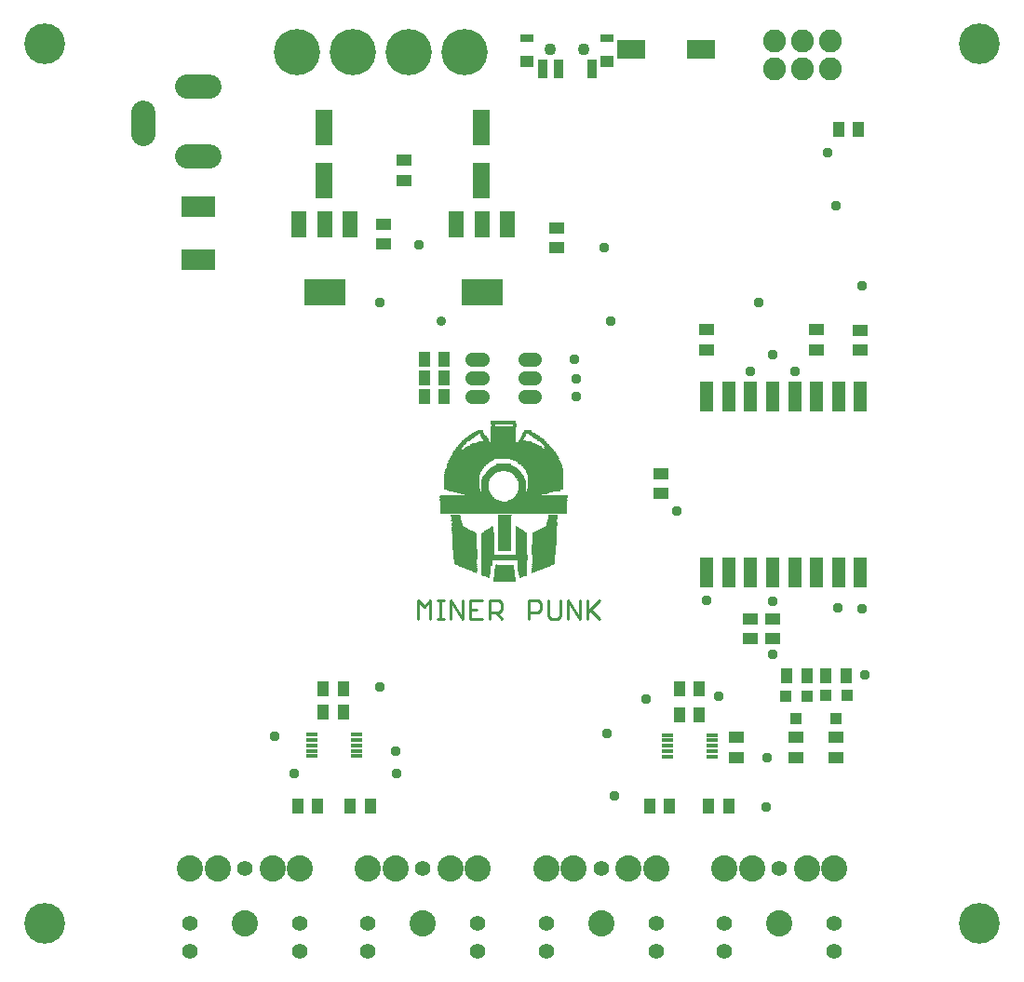
<source format=gbr>
G04 EAGLE Gerber RS-274X export*
G75*
%MOMM*%
%FSLAX34Y34*%
%LPD*%
%INSoldermask Top*%
%IPPOS*%
%AMOC8*
5,1,8,0,0,1.08239X$1,22.5*%
G01*
%ADD10C,3.703200*%
%ADD11C,0.279400*%
%ADD12R,2.082800X0.050800*%
%ADD13R,2.032000X0.050800*%
%ADD14R,1.981200X0.050800*%
%ADD15R,0.152400X0.050800*%
%ADD16R,1.930400X0.050800*%
%ADD17R,0.355600X0.050800*%
%ADD18R,0.304800X0.050800*%
%ADD19R,0.508000X0.050800*%
%ADD20R,0.457200X0.050800*%
%ADD21R,0.711200X0.050800*%
%ADD22R,0.762000X0.050800*%
%ADD23R,0.812800X0.050800*%
%ADD24R,1.879600X0.050800*%
%ADD25R,1.828800X0.050800*%
%ADD26R,0.050800X0.050800*%
%ADD27R,0.203200X0.050800*%
%ADD28R,0.863600X0.050800*%
%ADD29R,0.609600X0.050800*%
%ADD30R,1.778000X0.050800*%
%ADD31R,0.965200X0.050800*%
%ADD32R,1.727200X0.050800*%
%ADD33R,1.117600X0.050800*%
%ADD34R,0.914400X0.050800*%
%ADD35R,1.219200X0.050800*%
%ADD36R,1.371600X0.050800*%
%ADD37R,1.473200X0.050800*%
%ADD38R,1.625600X0.050800*%
%ADD39R,1.676400X0.050800*%
%ADD40R,1.016000X0.050800*%
%ADD41R,1.066800X0.050800*%
%ADD42R,4.165600X0.050800*%
%ADD43R,2.133600X0.050800*%
%ADD44R,2.184400X0.050800*%
%ADD45R,2.235200X0.050800*%
%ADD46R,0.660400X0.050800*%
%ADD47R,0.558800X0.050800*%
%ADD48R,1.574800X0.050800*%
%ADD49R,1.524000X0.050800*%
%ADD50R,1.422400X0.050800*%
%ADD51R,0.406400X0.050800*%
%ADD52R,1.320800X0.050800*%
%ADD53R,1.270000X0.050800*%
%ADD54R,0.254000X0.050800*%
%ADD55R,1.168400X0.050800*%
%ADD56R,11.582400X0.050800*%
%ADD57R,5.588000X0.050800*%
%ADD58R,5.486400X0.050800*%
%ADD59R,5.384800X0.050800*%
%ADD60R,5.334000X0.050800*%
%ADD61R,5.232400X0.050800*%
%ADD62R,5.181600X0.050800*%
%ADD63R,5.130800X0.050800*%
%ADD64R,5.080000X0.050800*%
%ADD65R,5.029200X0.050800*%
%ADD66R,4.978400X0.050800*%
%ADD67R,4.927600X0.050800*%
%ADD68R,4.876800X0.050800*%
%ADD69R,4.826000X0.050800*%
%ADD70R,4.775200X0.050800*%
%ADD71R,4.724400X0.050800*%
%ADD72R,4.673600X0.050800*%
%ADD73R,2.336800X0.050800*%
%ADD74R,2.286000X0.050800*%
%ADD75R,2.540000X0.050800*%
%ADD76R,2.489200X0.050800*%
%ADD77R,2.692400X0.050800*%
%ADD78R,2.641600X0.050800*%
%ADD79R,2.997200X0.050800*%
%ADD80R,2.895600X0.050800*%
%ADD81R,3.098800X0.050800*%
%ADD82R,3.048000X0.050800*%
%ADD83R,3.302000X0.050800*%
%ADD84R,3.251200X0.050800*%
%ADD85R,2.590800X0.050800*%
%ADD86R,2.844800X0.050800*%
%ADD87R,3.200400X0.050800*%
%ADD88R,3.149600X0.050800*%
%ADD89R,3.352800X0.050800*%
%ADD90R,3.403600X0.050800*%
%ADD91R,2.743200X0.050800*%
%ADD92R,3.454400X0.050800*%
%ADD93R,3.505200X0.050800*%
%ADD94R,2.438400X0.050800*%
%ADD95R,3.556000X0.050800*%
%ADD96R,3.606800X0.050800*%
%ADD97R,3.657600X0.050800*%
%ADD98R,3.708400X0.050800*%
%ADD99R,3.810000X0.050800*%
%ADD100R,3.860800X0.050800*%
%ADD101R,3.759200X0.050800*%
%ADD102R,3.911600X0.050800*%
%ADD103R,3.962400X0.050800*%
%ADD104R,4.064000X0.050800*%
%ADD105R,4.114800X0.050800*%
%ADD106R,4.419600X0.050800*%
%ADD107R,9.956800X0.050800*%
%ADD108R,9.906000X0.050800*%
%ADD109R,9.855200X0.050800*%
%ADD110R,9.753600X0.050800*%
%ADD111R,9.652000X0.050800*%
%ADD112R,9.550400X0.050800*%
%ADD113R,9.448800X0.050800*%
%ADD114R,9.347200X0.050800*%
%ADD115R,9.296400X0.050800*%
%ADD116R,9.245600X0.050800*%
%ADD117R,9.144000X0.050800*%
%ADD118R,9.093200X0.050800*%
%ADD119R,9.042400X0.050800*%
%ADD120R,7.518400X0.050800*%
%ADD121R,7.416800X0.050800*%
%ADD122R,7.264400X0.050800*%
%ADD123R,7.112000X0.050800*%
%ADD124R,6.959600X0.050800*%
%ADD125R,6.858000X0.050800*%
%ADD126R,6.705600X0.050800*%
%ADD127R,6.502400X0.050800*%
%ADD128R,6.299200X0.050800*%
%ADD129R,6.146800X0.050800*%
%ADD130R,5.892800X0.050800*%
%ADD131R,5.689600X0.050800*%
%ADD132R,1.403200X1.003200*%
%ADD133R,1.303200X2.803200*%
%ADD134R,1.422400X2.438400*%
%ADD135R,3.803200X2.403200*%
%ADD136R,1.603200X3.203200*%
%ADD137C,2.387600*%
%ADD138C,1.403200*%
%ADD139R,1.100000X0.400000*%
%ADD140R,1.003200X1.103200*%
%ADD141R,1.003200X1.403200*%
%ADD142C,4.203200*%
%ADD143C,2.203200*%
%ADD144C,2.082800*%
%ADD145R,0.903200X1.703200*%
%ADD146R,1.203200X0.803200*%
%ADD147R,1.203200X1.003200*%
%ADD148C,1.103200*%
%ADD149R,2.503200X1.803200*%
%ADD150C,1.303200*%
%ADD151R,3.098800X1.879600*%
%ADD152C,0.959600*%
%ADD153C,0.909600*%


D10*
X-885000Y35000D03*
X-35000Y35000D03*
X-35000Y835000D03*
X-885000Y835000D03*
D11*
X-545371Y328641D02*
X-545371Y312117D01*
X-539863Y323133D02*
X-545371Y328641D01*
X-539863Y323133D02*
X-534355Y328641D01*
X-534355Y312117D01*
X-527596Y312117D02*
X-522088Y312117D01*
X-524842Y312117D02*
X-524842Y328641D01*
X-527596Y328641D02*
X-522088Y328641D01*
X-515746Y328641D02*
X-515746Y312117D01*
X-504730Y312117D02*
X-515746Y328641D01*
X-504730Y328641D02*
X-504730Y312117D01*
X-497971Y328641D02*
X-486955Y328641D01*
X-497971Y328641D02*
X-497971Y312117D01*
X-486955Y312117D01*
X-492463Y320379D02*
X-497971Y320379D01*
X-480197Y312117D02*
X-480197Y328641D01*
X-471935Y328641D01*
X-469181Y325887D01*
X-469181Y320379D01*
X-471935Y317625D01*
X-480197Y317625D01*
X-474689Y317625D02*
X-469181Y312117D01*
X-444647Y312117D02*
X-444647Y328641D01*
X-436385Y328641D01*
X-433631Y325887D01*
X-433631Y320379D01*
X-436385Y317625D01*
X-444647Y317625D01*
X-426872Y314871D02*
X-426872Y328641D01*
X-426872Y314871D02*
X-424118Y312117D01*
X-418610Y312117D01*
X-415856Y314871D01*
X-415856Y328641D01*
X-409097Y328641D02*
X-409097Y312117D01*
X-398081Y312117D02*
X-409097Y328641D01*
X-398081Y328641D02*
X-398081Y312117D01*
X-391322Y312117D02*
X-391322Y328641D01*
X-391322Y317625D02*
X-380306Y328641D01*
X-388568Y320379D02*
X-380306Y312117D01*
D12*
X-466852Y345440D03*
D13*
X-466598Y345948D03*
X-466598Y346456D03*
X-466598Y346964D03*
X-466598Y347472D03*
X-466598Y347980D03*
X-466598Y348488D03*
D14*
X-466852Y348996D03*
D15*
X-481076Y349504D03*
D16*
X-466598Y349504D03*
D15*
X-452628Y349504D03*
D17*
X-482092Y350012D03*
D16*
X-466598Y350012D03*
D18*
X-451866Y350012D03*
D19*
X-482854Y350520D03*
D16*
X-466598Y350520D03*
D20*
X-451104Y350520D03*
D21*
X-483870Y351028D03*
D16*
X-466598Y351028D03*
D21*
X-449834Y351028D03*
D22*
X-484124Y351536D03*
D16*
X-466598Y351536D03*
D21*
X-449834Y351536D03*
D22*
X-484124Y352044D03*
D16*
X-466598Y352044D03*
D22*
X-450088Y352044D03*
D23*
X-483870Y352552D03*
D24*
X-466852Y352552D03*
D22*
X-450088Y352552D03*
D23*
X-483870Y353060D03*
D25*
X-466598Y353060D03*
D22*
X-450088Y353060D03*
D26*
X-492252Y353568D03*
D23*
X-483870Y353568D03*
D25*
X-466598Y353568D03*
D22*
X-450088Y353568D03*
D26*
X-441452Y353568D03*
D27*
X-493014Y354076D03*
D23*
X-483870Y354076D03*
D25*
X-466598Y354076D03*
D22*
X-450088Y354076D03*
D27*
X-440690Y354076D03*
D17*
X-493776Y354584D03*
D23*
X-483870Y354584D03*
D25*
X-466598Y354584D03*
D22*
X-450088Y354584D03*
D18*
X-440182Y354584D03*
D20*
X-494284Y355092D03*
D28*
X-483616Y355092D03*
D25*
X-466598Y355092D03*
D23*
X-450342Y355092D03*
D20*
X-439420Y355092D03*
D29*
X-495046Y355600D03*
D28*
X-483616Y355600D03*
D25*
X-466598Y355600D03*
D23*
X-450342Y355600D03*
D29*
X-438658Y355600D03*
D21*
X-495554Y356108D03*
D28*
X-483616Y356108D03*
D30*
X-466852Y356108D03*
D23*
X-450342Y356108D03*
D21*
X-438150Y356108D03*
D28*
X-496316Y356616D03*
X-483616Y356616D03*
D30*
X-466852Y356616D03*
D23*
X-450342Y356616D03*
D28*
X-437388Y356616D03*
D31*
X-496824Y357124D03*
D28*
X-483616Y357124D03*
D32*
X-466598Y357124D03*
D23*
X-450342Y357124D03*
D31*
X-436880Y357124D03*
D33*
X-497586Y357632D03*
D34*
X-483362Y357632D03*
D32*
X-466598Y357632D03*
D23*
X-450342Y357632D03*
D33*
X-436118Y357632D03*
D35*
X-498094Y358140D03*
D34*
X-483362Y358140D03*
D32*
X-466598Y358140D03*
D23*
X-450342Y358140D03*
D35*
X-435610Y358140D03*
D36*
X-498856Y358648D03*
D34*
X-483362Y358648D03*
D32*
X-466598Y358648D03*
D23*
X-450342Y358648D03*
D36*
X-434848Y358648D03*
D37*
X-499364Y359156D03*
D34*
X-483362Y359156D03*
D32*
X-466598Y359156D03*
D28*
X-450596Y359156D03*
D37*
X-434340Y359156D03*
D38*
X-500126Y359664D03*
D34*
X-483362Y359664D03*
D39*
X-466852Y359664D03*
D28*
X-450596Y359664D03*
D38*
X-433578Y359664D03*
D32*
X-500634Y360172D03*
D31*
X-483108Y360172D03*
D39*
X-466852Y360172D03*
D28*
X-450596Y360172D03*
D32*
X-433070Y360172D03*
D24*
X-501396Y360680D03*
D31*
X-483108Y360680D03*
D26*
X-473964Y360680D03*
D28*
X-450596Y360680D03*
D24*
X-432308Y360680D03*
D14*
X-501904Y361188D03*
D31*
X-483108Y361188D03*
D28*
X-450596Y361188D03*
D14*
X-431800Y361188D03*
D12*
X-502412Y361696D03*
D31*
X-483108Y361696D03*
D28*
X-450596Y361696D03*
D12*
X-431292Y361696D03*
X-502412Y362204D03*
D31*
X-483108Y362204D03*
D28*
X-450596Y362204D03*
D12*
X-431292Y362204D03*
X-502412Y362712D03*
D31*
X-483108Y362712D03*
D28*
X-450596Y362712D03*
D12*
X-431292Y362712D03*
X-502412Y363220D03*
D40*
X-482854Y363220D03*
D34*
X-450850Y363220D03*
D12*
X-431292Y363220D03*
X-502412Y363728D03*
D40*
X-482854Y363728D03*
D34*
X-450850Y363728D03*
D12*
X-431292Y363728D03*
X-502412Y364236D03*
D40*
X-482854Y364236D03*
D34*
X-450850Y364236D03*
D12*
X-431292Y364236D03*
X-502412Y364744D03*
D41*
X-482600Y364744D03*
D34*
X-450850Y364744D03*
D12*
X-431292Y364744D03*
X-502412Y365252D03*
D42*
X-467106Y365252D03*
D12*
X-431292Y365252D03*
X-502412Y365760D03*
D42*
X-467106Y365760D03*
D12*
X-431292Y365760D03*
D43*
X-502666Y366268D03*
D42*
X-467106Y366268D03*
D12*
X-431292Y366268D03*
D43*
X-502666Y366776D03*
D42*
X-467106Y366776D03*
D12*
X-431292Y366776D03*
D43*
X-502666Y367284D03*
D42*
X-467106Y367284D03*
D12*
X-431292Y367284D03*
D43*
X-502666Y367792D03*
D42*
X-467106Y367792D03*
D12*
X-431292Y367792D03*
D43*
X-502666Y368300D03*
D42*
X-467106Y368300D03*
D12*
X-431292Y368300D03*
D43*
X-502666Y368808D03*
D42*
X-467106Y368808D03*
D12*
X-431292Y368808D03*
D43*
X-502666Y369316D03*
D42*
X-467106Y369316D03*
D12*
X-431292Y369316D03*
D43*
X-502666Y369824D03*
D33*
X-482346Y369824D03*
D40*
X-451358Y369824D03*
D12*
X-431292Y369824D03*
D43*
X-502666Y370332D03*
D33*
X-482346Y370332D03*
D40*
X-451358Y370332D03*
D43*
X-431038Y370332D03*
X-502666Y370840D03*
D33*
X-482346Y370840D03*
D40*
X-451358Y370840D03*
D43*
X-431038Y370840D03*
X-502666Y371348D03*
D33*
X-482346Y371348D03*
D40*
X-451358Y371348D03*
D43*
X-431038Y371348D03*
X-502666Y371856D03*
D33*
X-482346Y371856D03*
D40*
X-451358Y371856D03*
D43*
X-431038Y371856D03*
X-502666Y372364D03*
D33*
X-482346Y372364D03*
D40*
X-451358Y372364D03*
D43*
X-431038Y372364D03*
X-502666Y372872D03*
D33*
X-482346Y372872D03*
D40*
X-451358Y372872D03*
D43*
X-431038Y372872D03*
X-502666Y373380D03*
D33*
X-482346Y373380D03*
D40*
X-451358Y373380D03*
D43*
X-431038Y373380D03*
X-502666Y373888D03*
D33*
X-482346Y373888D03*
D35*
X-466598Y373888D03*
D40*
X-451358Y373888D03*
D43*
X-431038Y373888D03*
X-502666Y374396D03*
D33*
X-482346Y374396D03*
D35*
X-466598Y374396D03*
D40*
X-451358Y374396D03*
D43*
X-431038Y374396D03*
D44*
X-502920Y374904D03*
D33*
X-482346Y374904D03*
D35*
X-466598Y374904D03*
D40*
X-451358Y374904D03*
D43*
X-431038Y374904D03*
D44*
X-502920Y375412D03*
D33*
X-482346Y375412D03*
D35*
X-466598Y375412D03*
D40*
X-451358Y375412D03*
D43*
X-431038Y375412D03*
D44*
X-502920Y375920D03*
D33*
X-482346Y375920D03*
D35*
X-466598Y375920D03*
D40*
X-451358Y375920D03*
D43*
X-431038Y375920D03*
D44*
X-502920Y376428D03*
D33*
X-482346Y376428D03*
D35*
X-466598Y376428D03*
D40*
X-451358Y376428D03*
D43*
X-431038Y376428D03*
D44*
X-502920Y376936D03*
D33*
X-482346Y376936D03*
D35*
X-466598Y376936D03*
D40*
X-451358Y376936D03*
D43*
X-431038Y376936D03*
D44*
X-502920Y377444D03*
D33*
X-482346Y377444D03*
D35*
X-466598Y377444D03*
D40*
X-451358Y377444D03*
D43*
X-431038Y377444D03*
D44*
X-502920Y377952D03*
D33*
X-482346Y377952D03*
D35*
X-466598Y377952D03*
D40*
X-451358Y377952D03*
D43*
X-431038Y377952D03*
D44*
X-502920Y378460D03*
D33*
X-482346Y378460D03*
D35*
X-466598Y378460D03*
D40*
X-451358Y378460D03*
D43*
X-431038Y378460D03*
D44*
X-502920Y378968D03*
D33*
X-482346Y378968D03*
D35*
X-466598Y378968D03*
D40*
X-451358Y378968D03*
D44*
X-430784Y378968D03*
X-502920Y379476D03*
D33*
X-482346Y379476D03*
D35*
X-466598Y379476D03*
D40*
X-451358Y379476D03*
D44*
X-430784Y379476D03*
X-502920Y379984D03*
D33*
X-482346Y379984D03*
D35*
X-466598Y379984D03*
D40*
X-451358Y379984D03*
D44*
X-430784Y379984D03*
X-502920Y380492D03*
D33*
X-482346Y380492D03*
D35*
X-466598Y380492D03*
D40*
X-451358Y380492D03*
D44*
X-430784Y380492D03*
X-502920Y381000D03*
D33*
X-482346Y381000D03*
D35*
X-466598Y381000D03*
D40*
X-451358Y381000D03*
D44*
X-430784Y381000D03*
X-502920Y381508D03*
D33*
X-482346Y381508D03*
D35*
X-466598Y381508D03*
D40*
X-451358Y381508D03*
D44*
X-430784Y381508D03*
X-502920Y382016D03*
D33*
X-482346Y382016D03*
D35*
X-466598Y382016D03*
D40*
X-451358Y382016D03*
D44*
X-430784Y382016D03*
X-502920Y382524D03*
D33*
X-482346Y382524D03*
D35*
X-466598Y382524D03*
D40*
X-451358Y382524D03*
D44*
X-430784Y382524D03*
X-502920Y383032D03*
D33*
X-482346Y383032D03*
D35*
X-466598Y383032D03*
D40*
X-451358Y383032D03*
D44*
X-430784Y383032D03*
D45*
X-503174Y383540D03*
D33*
X-482346Y383540D03*
D35*
X-466598Y383540D03*
D40*
X-451358Y383540D03*
D44*
X-430784Y383540D03*
D45*
X-503174Y384048D03*
D33*
X-482346Y384048D03*
D35*
X-466598Y384048D03*
D40*
X-451358Y384048D03*
D44*
X-430784Y384048D03*
D45*
X-503174Y384556D03*
D33*
X-482346Y384556D03*
D35*
X-466598Y384556D03*
D40*
X-451358Y384556D03*
D44*
X-430784Y384556D03*
D45*
X-503174Y385064D03*
D33*
X-482346Y385064D03*
D35*
X-466598Y385064D03*
D40*
X-451358Y385064D03*
D44*
X-430784Y385064D03*
D45*
X-503174Y385572D03*
D33*
X-482346Y385572D03*
D35*
X-466598Y385572D03*
D40*
X-451358Y385572D03*
D44*
X-430784Y385572D03*
D45*
X-503174Y386080D03*
D33*
X-482346Y386080D03*
D35*
X-466598Y386080D03*
D40*
X-451358Y386080D03*
D44*
X-430784Y386080D03*
D45*
X-503174Y386588D03*
D33*
X-482346Y386588D03*
D35*
X-466598Y386588D03*
D40*
X-451358Y386588D03*
D44*
X-430784Y386588D03*
D45*
X-503174Y387096D03*
D33*
X-482346Y387096D03*
D35*
X-466598Y387096D03*
D40*
X-451358Y387096D03*
D44*
X-430784Y387096D03*
D45*
X-503174Y387604D03*
D33*
X-482346Y387604D03*
D35*
X-466598Y387604D03*
D40*
X-451358Y387604D03*
D45*
X-430530Y387604D03*
X-503174Y388112D03*
D33*
X-482346Y388112D03*
D35*
X-466598Y388112D03*
D40*
X-451358Y388112D03*
D45*
X-430530Y388112D03*
X-503174Y388620D03*
D33*
X-482346Y388620D03*
D35*
X-466598Y388620D03*
D40*
X-451358Y388620D03*
D45*
X-430530Y388620D03*
X-503174Y389128D03*
D33*
X-482346Y389128D03*
D35*
X-466598Y389128D03*
D40*
X-451358Y389128D03*
D45*
X-430530Y389128D03*
D43*
X-503682Y389636D03*
D40*
X-481838Y389636D03*
D35*
X-466598Y389636D03*
D31*
X-451612Y389636D03*
D44*
X-430276Y389636D03*
D12*
X-503936Y390144D03*
D31*
X-481584Y390144D03*
D35*
X-466598Y390144D03*
D28*
X-452120Y390144D03*
D12*
X-429768Y390144D03*
D14*
X-504444Y390652D03*
D28*
X-481076Y390652D03*
D35*
X-466598Y390652D03*
D23*
X-452374Y390652D03*
D14*
X-429260Y390652D03*
D24*
X-504952Y391160D03*
D23*
X-480822Y391160D03*
D35*
X-466598Y391160D03*
D22*
X-452628Y391160D03*
D24*
X-428752Y391160D03*
D30*
X-505460Y391668D03*
D21*
X-480314Y391668D03*
D35*
X-466598Y391668D03*
D46*
X-453136Y391668D03*
D30*
X-428244Y391668D03*
D32*
X-506222Y392176D03*
D46*
X-480060Y392176D03*
D35*
X-466598Y392176D03*
D29*
X-453390Y392176D03*
D39*
X-427736Y392176D03*
D38*
X-506730Y392684D03*
D47*
X-479552Y392684D03*
D35*
X-466598Y392684D03*
D19*
X-453898Y392684D03*
D48*
X-427228Y392684D03*
D49*
X-507238Y393192D03*
D19*
X-479298Y393192D03*
D35*
X-466598Y393192D03*
D20*
X-454152Y393192D03*
D49*
X-426974Y393192D03*
D50*
X-507746Y393700D03*
D51*
X-478790Y393700D03*
D35*
X-466598Y393700D03*
D17*
X-454660Y393700D03*
D50*
X-426466Y393700D03*
D36*
X-508000Y394208D03*
D17*
X-478536Y394208D03*
D35*
X-466598Y394208D03*
D18*
X-454914Y394208D03*
D52*
X-425958Y394208D03*
D53*
X-508508Y394716D03*
D54*
X-478028Y394716D03*
D35*
X-466598Y394716D03*
D54*
X-455168Y394716D03*
D35*
X-425450Y394716D03*
D55*
X-509016Y395224D03*
D15*
X-477520Y395224D03*
D35*
X-466598Y395224D03*
D15*
X-455676Y395224D03*
D33*
X-424942Y395224D03*
D41*
X-509524Y395732D03*
D26*
X-477520Y395732D03*
D35*
X-466598Y395732D03*
D26*
X-455676Y395732D03*
D41*
X-424180Y395732D03*
D40*
X-509778Y396240D03*
D35*
X-466598Y396240D03*
D40*
X-423926Y396240D03*
D31*
X-510032Y396748D03*
D35*
X-466598Y396748D03*
D40*
X-423926Y396748D03*
D31*
X-510032Y397256D03*
D35*
X-466598Y397256D03*
D31*
X-423672Y397256D03*
X-510032Y397764D03*
D35*
X-466598Y397764D03*
D31*
X-423672Y397764D03*
X-510032Y398272D03*
D35*
X-466598Y398272D03*
D31*
X-423672Y398272D03*
D34*
X-510286Y398780D03*
D35*
X-466598Y398780D03*
D31*
X-423672Y398780D03*
D34*
X-510286Y399288D03*
D35*
X-466598Y399288D03*
D31*
X-423672Y399288D03*
D34*
X-510286Y399796D03*
D35*
X-466598Y399796D03*
D34*
X-423418Y399796D03*
X-510286Y400304D03*
D35*
X-466598Y400304D03*
D34*
X-423418Y400304D03*
D31*
X-510540Y400812D03*
D35*
X-466598Y400812D03*
D34*
X-423418Y400812D03*
X-510794Y401320D03*
D35*
X-466598Y401320D03*
D34*
X-423418Y401320D03*
X-510794Y401828D03*
D35*
X-466598Y401828D03*
D34*
X-423418Y401828D03*
X-510794Y402336D03*
D35*
X-466598Y402336D03*
D28*
X-423164Y402336D03*
D34*
X-510794Y402844D03*
D35*
X-466598Y402844D03*
D28*
X-423164Y402844D03*
D34*
X-510794Y403352D03*
D35*
X-466598Y403352D03*
D28*
X-423164Y403352D03*
X-511048Y403860D03*
D35*
X-466598Y403860D03*
D28*
X-423164Y403860D03*
X-511048Y404368D03*
D35*
X-466598Y404368D03*
D23*
X-422910Y404368D03*
D28*
X-511048Y404876D03*
D35*
X-466598Y404876D03*
D28*
X-422656Y404876D03*
D23*
X-511302Y405384D03*
D35*
X-466598Y405384D03*
D28*
X-422656Y405384D03*
D23*
X-511302Y405892D03*
D53*
X-466344Y405892D03*
D28*
X-422656Y405892D03*
D56*
X-467614Y407924D03*
X-467614Y408432D03*
X-467614Y408940D03*
X-467614Y409448D03*
X-467614Y409956D03*
X-467614Y410464D03*
X-467614Y410972D03*
X-467614Y411480D03*
X-467614Y411988D03*
X-467614Y412496D03*
X-467614Y413004D03*
X-467614Y413512D03*
X-467614Y414020D03*
X-467614Y414528D03*
X-467614Y415036D03*
X-467614Y415544D03*
X-467614Y416052D03*
X-467614Y416560D03*
X-467614Y417068D03*
X-467614Y417576D03*
X-467614Y418084D03*
D57*
X-497586Y418592D03*
D58*
X-437134Y418592D03*
D59*
X-498602Y419100D03*
D60*
X-436372Y419100D03*
D61*
X-499364Y419608D03*
D62*
X-435610Y419608D03*
D63*
X-499872Y420116D03*
D64*
X-435102Y420116D03*
D65*
X-500380Y420624D03*
D66*
X-434594Y420624D03*
X-500634Y421132D03*
D67*
X-434340Y421132D03*
X-500888Y421640D03*
D68*
X-434086Y421640D03*
X-501142Y422148D03*
D69*
X-433832Y422148D03*
X-501396Y422656D03*
D70*
X-433578Y422656D03*
X-501650Y423164D03*
D71*
X-433324Y423164D03*
X-501904Y423672D03*
D72*
X-433070Y423672D03*
D43*
X-489458Y424180D03*
X-445262Y424180D03*
D73*
X-490982Y424688D03*
D74*
X-443992Y424688D03*
D75*
X-491998Y425196D03*
D76*
X-442976Y425196D03*
D77*
X-493268Y425704D03*
D78*
X-441706Y425704D03*
D79*
X-494792Y426212D03*
D80*
X-440436Y426212D03*
D81*
X-495808Y426720D03*
D82*
X-439674Y426720D03*
D83*
X-496824Y427228D03*
D84*
X-438658Y427228D03*
D78*
X-502158Y427736D03*
D22*
X-484124Y427736D03*
X-451104Y427736D03*
D85*
X-433324Y427736D03*
D86*
X-503174Y428244D03*
D21*
X-484378Y428244D03*
X-450850Y428244D03*
D79*
X-431292Y428244D03*
D82*
X-504190Y428752D03*
D21*
X-484378Y428752D03*
X-450850Y428752D03*
D79*
X-431292Y428752D03*
D87*
X-504952Y429260D03*
D21*
X-484378Y429260D03*
X-450850Y429260D03*
D87*
X-430276Y429260D03*
D88*
X-505714Y429768D03*
D46*
X-484632Y429768D03*
X-450596Y429768D03*
D87*
X-429260Y429768D03*
D88*
X-505714Y430276D03*
D46*
X-484632Y430276D03*
X-450596Y430276D03*
D87*
X-429260Y430276D03*
D88*
X-505714Y430784D03*
D46*
X-484632Y430784D03*
X-450596Y430784D03*
D87*
X-429260Y430784D03*
D88*
X-505714Y431292D03*
D46*
X-484632Y431292D03*
X-450596Y431292D03*
D87*
X-429260Y431292D03*
D88*
X-505714Y431800D03*
D46*
X-484632Y431800D03*
X-450596Y431800D03*
D87*
X-429260Y431800D03*
D88*
X-505714Y432308D03*
D46*
X-484632Y432308D03*
X-450596Y432308D03*
D87*
X-429260Y432308D03*
D88*
X-505714Y432816D03*
D46*
X-484632Y432816D03*
X-450596Y432816D03*
D87*
X-429260Y432816D03*
D88*
X-505714Y433324D03*
D46*
X-484632Y433324D03*
X-450596Y433324D03*
D87*
X-429260Y433324D03*
D88*
X-505714Y433832D03*
D46*
X-484632Y433832D03*
X-450596Y433832D03*
D87*
X-429260Y433832D03*
D88*
X-505714Y434340D03*
D46*
X-484632Y434340D03*
X-450596Y434340D03*
D87*
X-429260Y434340D03*
D88*
X-505714Y434848D03*
D46*
X-484632Y434848D03*
X-450596Y434848D03*
D87*
X-429260Y434848D03*
D88*
X-505714Y435356D03*
D21*
X-484378Y435356D03*
X-450850Y435356D03*
D87*
X-429260Y435356D03*
D88*
X-505714Y435864D03*
D21*
X-484378Y435864D03*
X-450850Y435864D03*
D87*
X-429260Y435864D03*
D88*
X-505714Y436372D03*
D21*
X-484378Y436372D03*
X-450850Y436372D03*
D87*
X-429260Y436372D03*
D88*
X-505714Y436880D03*
D22*
X-484124Y436880D03*
X-451104Y436880D03*
D87*
X-429260Y436880D03*
D88*
X-505714Y437388D03*
D21*
X-483870Y437388D03*
X-451358Y437388D03*
D87*
X-429260Y437388D03*
D88*
X-505714Y437896D03*
D21*
X-483870Y437896D03*
X-451358Y437896D03*
D87*
X-429260Y437896D03*
D88*
X-505714Y438404D03*
D22*
X-483616Y438404D03*
X-451612Y438404D03*
D87*
X-429260Y438404D03*
D88*
X-505714Y438912D03*
D21*
X-483362Y438912D03*
X-451866Y438912D03*
D87*
X-429260Y438912D03*
D88*
X-505714Y439420D03*
D22*
X-483108Y439420D03*
X-452120Y439420D03*
D87*
X-429260Y439420D03*
D88*
X-505714Y439928D03*
D21*
X-482854Y439928D03*
X-452374Y439928D03*
D87*
X-429260Y439928D03*
D88*
X-505714Y440436D03*
D22*
X-482600Y440436D03*
X-452628Y440436D03*
D87*
X-429260Y440436D03*
D88*
X-505714Y440944D03*
D22*
X-482092Y440944D03*
X-453136Y440944D03*
D87*
X-429260Y440944D03*
D88*
X-505714Y441452D03*
D23*
X-481838Y441452D03*
X-453390Y441452D03*
D87*
X-429260Y441452D03*
X-505460Y441960D03*
D23*
X-481330Y441960D03*
X-453898Y441960D03*
D84*
X-429514Y441960D03*
D87*
X-505460Y442468D03*
D23*
X-480822Y442468D03*
X-454406Y442468D03*
D84*
X-429514Y442468D03*
D87*
X-505460Y442976D03*
D28*
X-480568Y442976D03*
X-454660Y442976D03*
D84*
X-429514Y442976D03*
X-505206Y443484D03*
D28*
X-480060Y443484D03*
X-455168Y443484D03*
D83*
X-429768Y443484D03*
D84*
X-505206Y443992D03*
D34*
X-479298Y443992D03*
X-455930Y443992D03*
D83*
X-429768Y443992D03*
X-504952Y444500D03*
D40*
X-478790Y444500D03*
X-456438Y444500D03*
D89*
X-430022Y444500D03*
D83*
X-504952Y445008D03*
D40*
X-478282Y445008D03*
X-456946Y445008D03*
D89*
X-430022Y445008D03*
D83*
X-504444Y445516D03*
D33*
X-477266Y445516D03*
X-457962Y445516D03*
D90*
X-430276Y445516D03*
D83*
X-504444Y446024D03*
D35*
X-476250Y446024D03*
X-458978Y446024D03*
D89*
X-430530Y446024D03*
X-504190Y446532D03*
D86*
X-467614Y446532D03*
D90*
X-430784Y446532D03*
D83*
X-503936Y447040D03*
D91*
X-467614Y447040D03*
D90*
X-430784Y447040D03*
D89*
X-503682Y447548D03*
D78*
X-467614Y447548D03*
D92*
X-431038Y447548D03*
D90*
X-503428Y448056D03*
D75*
X-467614Y448056D03*
D93*
X-431292Y448056D03*
D89*
X-503174Y448564D03*
D94*
X-467614Y448564D03*
D92*
X-431546Y448564D03*
X-502666Y449072D03*
D73*
X-467614Y449072D03*
D95*
X-432054Y449072D03*
D92*
X-502666Y449580D03*
D13*
X-467614Y449580D03*
D95*
X-432054Y449580D03*
D92*
X-502158Y450088D03*
D13*
X-467614Y450088D03*
D96*
X-432308Y450088D03*
D93*
X-501904Y450596D03*
D32*
X-467614Y450596D03*
D96*
X-432816Y450596D03*
D95*
X-501650Y451104D03*
D52*
X-467614Y451104D03*
D97*
X-433070Y451104D03*
D95*
X-501142Y451612D03*
D52*
X-467614Y451612D03*
D98*
X-433324Y451612D03*
D96*
X-500888Y452120D03*
D52*
X-467614Y452120D03*
D98*
X-433832Y452120D03*
X-500380Y452628D03*
D99*
X-434340Y452628D03*
D98*
X-499872Y453136D03*
D100*
X-434594Y453136D03*
D101*
X-499618Y453644D03*
D100*
X-435102Y453644D03*
D101*
X-499110Y454152D03*
D102*
X-435356Y454152D03*
D100*
X-498602Y454660D03*
D103*
X-436118Y454660D03*
D102*
X-498348Y455168D03*
D104*
X-436626Y455168D03*
D103*
X-497586Y455676D03*
D104*
X-437134Y455676D03*
X-497078Y456184D03*
D42*
X-437642Y456184D03*
D105*
X-496316Y456692D03*
D106*
X-439420Y456692D03*
D107*
X-467106Y457200D03*
D108*
X-466852Y457708D03*
D109*
X-467106Y458216D03*
D110*
X-467106Y458724D03*
X-467106Y459232D03*
D111*
X-467106Y459740D03*
X-467106Y460248D03*
D112*
X-467106Y460756D03*
D113*
X-467106Y461264D03*
X-467106Y461772D03*
D114*
X-467106Y462280D03*
D115*
X-467360Y462788D03*
D116*
X-467106Y463296D03*
D117*
X-467106Y463804D03*
D118*
X-467360Y464312D03*
D119*
X-467106Y464820D03*
D47*
X-509016Y465328D03*
D120*
X-467614Y465328D03*
D21*
X-425958Y465328D03*
D19*
X-508762Y465836D03*
D121*
X-467106Y465836D03*
D46*
X-426212Y465836D03*
D47*
X-508508Y466344D03*
D122*
X-467360Y466344D03*
D46*
X-426720Y466344D03*
D47*
X-508000Y466852D03*
D123*
X-467614Y466852D03*
D29*
X-426974Y466852D03*
D47*
X-508000Y467360D03*
D124*
X-467360Y467360D03*
D47*
X-427228Y467360D03*
X-507492Y467868D03*
D125*
X-467360Y467868D03*
D29*
X-427482Y467868D03*
D47*
X-506984Y468376D03*
D126*
X-467106Y468376D03*
D47*
X-427736Y468376D03*
X-506476Y468884D03*
D127*
X-467106Y468884D03*
D47*
X-428244Y468884D03*
D19*
X-506222Y469392D03*
D128*
X-467106Y469392D03*
D47*
X-428752Y469392D03*
D19*
X-505714Y469900D03*
D129*
X-467360Y469900D03*
D19*
X-429006Y469900D03*
X-505206Y470408D03*
D130*
X-467614Y470408D03*
D19*
X-429514Y470408D03*
X-504698Y470916D03*
D131*
X-467614Y470916D03*
D19*
X-430022Y470916D03*
X-504190Y471424D03*
D59*
X-467106Y471424D03*
D19*
X-430530Y471424D03*
D47*
X-503936Y471932D03*
D63*
X-466852Y471932D03*
D19*
X-431038Y471932D03*
D47*
X-503428Y472440D03*
D41*
X-485648Y472440D03*
D74*
X-467360Y472440D03*
D55*
X-448564Y472440D03*
D19*
X-431546Y472440D03*
D47*
X-502920Y472948D03*
D23*
X-484378Y472948D03*
D74*
X-467360Y472948D03*
D28*
X-449580Y472948D03*
D47*
X-432308Y472948D03*
D29*
X-502158Y473456D03*
D19*
X-483362Y473456D03*
D74*
X-467360Y473456D03*
D29*
X-450850Y473456D03*
D47*
X-432816Y473456D03*
D29*
X-501650Y473964D03*
D20*
X-483616Y473964D03*
D74*
X-467360Y473964D03*
D20*
X-451104Y473964D03*
D29*
X-433578Y473964D03*
D46*
X-500888Y474472D03*
D19*
X-483870Y474472D03*
D74*
X-467360Y474472D03*
D51*
X-451358Y474472D03*
D29*
X-434086Y474472D03*
X-500126Y474980D03*
D20*
X-484124Y474980D03*
D74*
X-467360Y474980D03*
D51*
X-450850Y474980D03*
D46*
X-434848Y474980D03*
D29*
X-499618Y475488D03*
D20*
X-484632Y475488D03*
D74*
X-467360Y475488D03*
D51*
X-450850Y475488D03*
D46*
X-435356Y475488D03*
X-498856Y475996D03*
D20*
X-484632Y475996D03*
D74*
X-467360Y475996D03*
D51*
X-450342Y475996D03*
D46*
X-436372Y475996D03*
X-498348Y476504D03*
D20*
X-485140Y476504D03*
D74*
X-467360Y476504D03*
D51*
X-450342Y476504D03*
D46*
X-436880Y476504D03*
D21*
X-497586Y477012D03*
D20*
X-485648Y477012D03*
D74*
X-467360Y477012D03*
D51*
X-449834Y477012D03*
D21*
X-437642Y477012D03*
D46*
X-496824Y477520D03*
D20*
X-485648Y477520D03*
D74*
X-467360Y477520D03*
D51*
X-449834Y477520D03*
D46*
X-438404Y477520D03*
D21*
X-496062Y478028D03*
D20*
X-486156Y478028D03*
D74*
X-467360Y478028D03*
D51*
X-449326Y478028D03*
D46*
X-438912Y478028D03*
D21*
X-495554Y478536D03*
D51*
X-486410Y478536D03*
D74*
X-467360Y478536D03*
D51*
X-449326Y478536D03*
D46*
X-439928Y478536D03*
D21*
X-494538Y479044D03*
D51*
X-486918Y479044D03*
D74*
X-467360Y479044D03*
D51*
X-448818Y479044D03*
D21*
X-440182Y479044D03*
X-494030Y479552D03*
D51*
X-486918Y479552D03*
D74*
X-467360Y479552D03*
D51*
X-448818Y479552D03*
D46*
X-441452Y479552D03*
X-493268Y480060D03*
D51*
X-487426Y480060D03*
D74*
X-467360Y480060D03*
D51*
X-448310Y480060D03*
D29*
X-442214Y480060D03*
D40*
X-490982Y480568D03*
D74*
X-467360Y480568D03*
D33*
X-444754Y480568D03*
D34*
X-490474Y481076D03*
D74*
X-467360Y481076D03*
D34*
X-445262Y481076D03*
D22*
X-490220Y481584D03*
D74*
X-467360Y481584D03*
D22*
X-445516Y481584D03*
D29*
X-489966Y482092D03*
D74*
X-467360Y482092D03*
D46*
X-446024Y482092D03*
D20*
X-489204Y482600D03*
D74*
X-467360Y482600D03*
D46*
X-446024Y482600D03*
D54*
X-488696Y483108D03*
D74*
X-467360Y483108D03*
D17*
X-447040Y483108D03*
D74*
X-467360Y483616D03*
X-467360Y484124D03*
X-467360Y484632D03*
X-467360Y485140D03*
X-467360Y485648D03*
X-467360Y486156D03*
D51*
X-476758Y486664D03*
D17*
X-457708Y486664D03*
D51*
X-476758Y487172D03*
D17*
X-457708Y487172D03*
D51*
X-476758Y487680D03*
D17*
X-457708Y487680D03*
D51*
X-476758Y488188D03*
D17*
X-457708Y488188D03*
D51*
X-476758Y488696D03*
D17*
X-457708Y488696D03*
D74*
X-467360Y489204D03*
X-467360Y489712D03*
X-467360Y490220D03*
X-467360Y490728D03*
X-467360Y491236D03*
X-467360Y491744D03*
D132*
X-143100Y574800D03*
X-143100Y556800D03*
X-183300Y574900D03*
X-183300Y556900D03*
D133*
X-283000Y514600D03*
X-263000Y514600D03*
X-243000Y514600D03*
X-223000Y514600D03*
X-203000Y514600D03*
X-183000Y514600D03*
X-163000Y514600D03*
X-143000Y514600D03*
X-283000Y354600D03*
X-263000Y354600D03*
X-243000Y354600D03*
X-223000Y354600D03*
X-203000Y354600D03*
X-183000Y354600D03*
X-163000Y354600D03*
X-143000Y354600D03*
D134*
X-607486Y670988D03*
X-630600Y670988D03*
X-653714Y670988D03*
D135*
X-630600Y609010D03*
D132*
X-324300Y426400D03*
X-324300Y444400D03*
X-283000Y575000D03*
X-283000Y557000D03*
X-577000Y671000D03*
X-577000Y653000D03*
D136*
X-487800Y758800D03*
X-487800Y710800D03*
D137*
X-217000Y35000D03*
X-242000Y85000D03*
X-267000Y85000D03*
X-192000Y85000D03*
X-167000Y85000D03*
D138*
X-267000Y35000D03*
X-267000Y10000D03*
X-167000Y10000D03*
X-167000Y35000D03*
X-217000Y85000D03*
D139*
X-278000Y186500D03*
X-278000Y191500D03*
X-278000Y196500D03*
X-278000Y201500D03*
X-278000Y206500D03*
X-319000Y206500D03*
X-319000Y201500D03*
X-319000Y196500D03*
X-319000Y191500D03*
X-319000Y186500D03*
D137*
X-379000Y35000D03*
X-404000Y85000D03*
X-429000Y85000D03*
X-354000Y85000D03*
X-329000Y85000D03*
D138*
X-429000Y35000D03*
X-429000Y10000D03*
X-329000Y10000D03*
X-329000Y35000D03*
X-379000Y85000D03*
D140*
X-155500Y242500D03*
X-174500Y242500D03*
X-165000Y221500D03*
D141*
X-156500Y260000D03*
X-174500Y260000D03*
D132*
X-165000Y186000D03*
X-165000Y204000D03*
D140*
X-192000Y242000D03*
X-211000Y242000D03*
X-201500Y221000D03*
D132*
X-201500Y186000D03*
X-201500Y204000D03*
D141*
X-192000Y260000D03*
X-210000Y260000D03*
D137*
X-541000Y35000D03*
X-566000Y85000D03*
X-591000Y85000D03*
X-516000Y85000D03*
X-491000Y85000D03*
D138*
X-591000Y35000D03*
X-591000Y10000D03*
X-491000Y10000D03*
X-491000Y35000D03*
X-541000Y85000D03*
D139*
X-601200Y187100D03*
X-601200Y192100D03*
X-601200Y197100D03*
X-601200Y202100D03*
X-601200Y207100D03*
X-642200Y207100D03*
X-642200Y202100D03*
X-642200Y197100D03*
X-642200Y192100D03*
X-642200Y187100D03*
D137*
X-703000Y35000D03*
X-728000Y85000D03*
X-753000Y85000D03*
X-678000Y85000D03*
X-653000Y85000D03*
D138*
X-753000Y35000D03*
X-753000Y10000D03*
X-653000Y10000D03*
X-653000Y35000D03*
X-703000Y85000D03*
D134*
X-464186Y671188D03*
X-487300Y671188D03*
X-510414Y671188D03*
D135*
X-487300Y609210D03*
D132*
X-419100Y667800D03*
X-419100Y649800D03*
D141*
X-613500Y227000D03*
X-631500Y227000D03*
X-289500Y224500D03*
X-307500Y224500D03*
D132*
X-558500Y711000D03*
X-558500Y729000D03*
D136*
X-631000Y759000D03*
X-631000Y711000D03*
D142*
X-655500Y827300D03*
X-604700Y827300D03*
X-553900Y827300D03*
X-503100Y827300D03*
D143*
X-735100Y732800D02*
X-755100Y732800D01*
X-755100Y795800D02*
X-735100Y795800D01*
X-795100Y772800D02*
X-795100Y752800D01*
D141*
X-613500Y248000D03*
X-631500Y248000D03*
X-289500Y248000D03*
X-307500Y248000D03*
D132*
X-256000Y204000D03*
X-256000Y186000D03*
D141*
X-589000Y142000D03*
X-607000Y142000D03*
X-263000Y142000D03*
X-281000Y142000D03*
X-317000Y142000D03*
X-335000Y142000D03*
X-637000Y142000D03*
X-655000Y142000D03*
D144*
X-221400Y812300D03*
X-221400Y837700D03*
X-196000Y812300D03*
X-196000Y837700D03*
X-170600Y812300D03*
X-170600Y837700D03*
D145*
X-432500Y812500D03*
X-417500Y812500D03*
X-387500Y812500D03*
D146*
X-446500Y840000D03*
D147*
X-446500Y819000D03*
D146*
X-373500Y840000D03*
D147*
X-373500Y819000D03*
D148*
X-425000Y830000D03*
X-395000Y830000D03*
D149*
X-351500Y830000D03*
X-288500Y830000D03*
D132*
X-223000Y294000D03*
X-223000Y312000D03*
X-243000Y294000D03*
X-243000Y312000D03*
D141*
X-163000Y757000D03*
X-145000Y757000D03*
D150*
X-487500Y548000D02*
X-496500Y548000D01*
X-496500Y531000D02*
X-487500Y531000D01*
X-487500Y514000D02*
X-496500Y514000D01*
X-448500Y514000D02*
X-439500Y514000D01*
X-439500Y531000D02*
X-448500Y531000D01*
X-448500Y548000D02*
X-439500Y548000D01*
D141*
X-540000Y514000D03*
X-522000Y514000D03*
X-540000Y548000D03*
X-522000Y548000D03*
X-540000Y531000D03*
X-522000Y531000D03*
D151*
X-745000Y686876D03*
X-745000Y639124D03*
D152*
X-283000Y329000D03*
X-272000Y242000D03*
X-310000Y410000D03*
X-580000Y600000D03*
X-580000Y250000D03*
X-545000Y652000D03*
X-370000Y583000D03*
X-223000Y280000D03*
X-139000Y261000D03*
D153*
X-524500Y582500D03*
D152*
X-374000Y208000D03*
X-228000Y186000D03*
X-338000Y239000D03*
X-173000Y736000D03*
X-376000Y650000D03*
X-141500Y321500D03*
X-142000Y615000D03*
X-164000Y322000D03*
X-165000Y688000D03*
X-565000Y171000D03*
X-658000Y171000D03*
X-229000Y141000D03*
X-367000Y151000D03*
X-676000Y205000D03*
X-565500Y191500D03*
X-236000Y600000D03*
X-223000Y328000D03*
X-402000Y530000D03*
X-203000Y537000D03*
X-403000Y548000D03*
X-223000Y552000D03*
X-402000Y514000D03*
X-243000Y537000D03*
M02*

</source>
